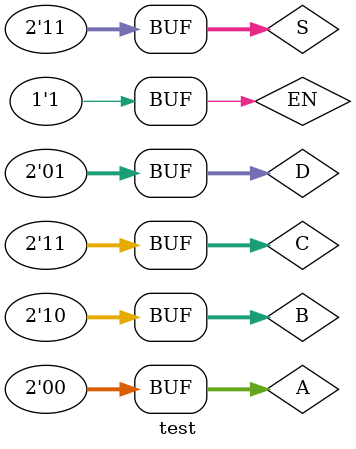
<source format=v>
`timescale 1ns / 1ps


module test;

	// Inputs
	reg [1:0] A;
	reg [1:0] B;
	reg [1:0] C;
	reg [1:0] D;
	reg EN;
	reg [1:0] S;

	// Outputs
	wire [1:0] Y;

	// Instantiate the Unit Under Test (UUT)
	demo02 uut (
		.A(A), 
		.B(B), 
		.C(C), 
		.D(D), 
		.EN(EN), 
		.S(S), 
		.Y(Y)
	);

	initial begin
		// Initialize Inputs
		A = 0;
		B = 0;
		C = 0;
		D = 0;
		EN = 0;
		S = 0;

		// Wait 100 ns for global reset to finish
		#100;
        
		// Add stimulus here
		#100;
		EN = 0;S = 2'b00;A = 2'b11;B = 2'b01;C = 2'b10;D = 2'b11;
		
		#100;
		EN = 1;S = 2'b00;A = 2'b01;B = 2'b00;C = 2'b10;D = 2'b11;
		
		#100;
		EN = 1;S = 2'b01;A = 2'b00;B = 2'b01;C = 2'b10;D = 2'b11;
		
		#100;
		EN = 1;S = 2'b10;A = 2'b00;B = 2'b10;C = 2'b01;D = 2'b11;
		
		#100;
		EN = 1;S = 2'b11;A = 2'b00;B = 2'b10;C = 2'b11;D = 2'b01;

	end
      
endmodule


</source>
